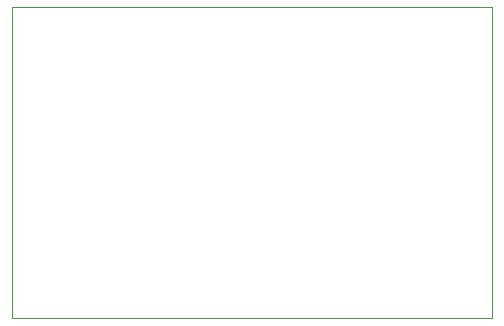
<source format=gbp>
G75*
%MOIN*%
%OFA0B0*%
%FSLAX25Y25*%
%IPPOS*%
%LPD*%
%AMOC8*
5,1,8,0,0,1.08239X$1,22.5*
%
%ADD10C,0.00000*%
D10*
X0001000Y0001000D02*
X0001000Y0104701D01*
X0160921Y0104701D01*
X0160921Y0001000D01*
X0001000Y0001000D01*
M02*

</source>
